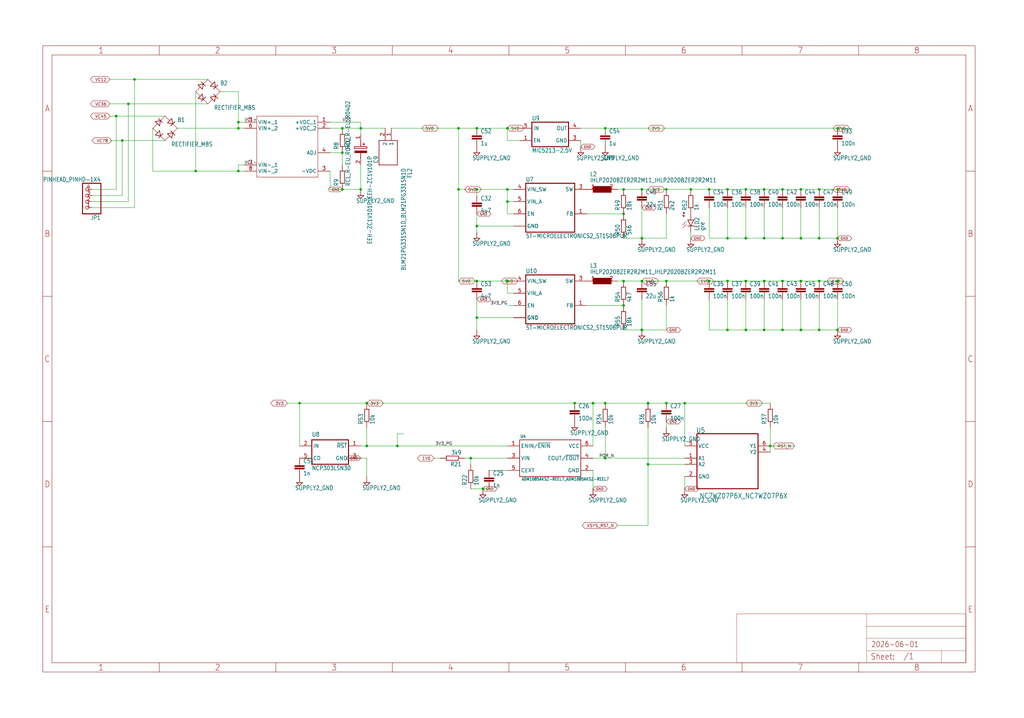
<source format=kicad_sch>
(kicad_sch (version 20250114) (generator "eeschema") (generator_version "9.0")
  (paper "User" 425.45 298.577)
  (junction (at 198.12 132.08))
  (junction (at 347.98 78.74))
  (junction (at 142.24 78.74))
  (junction (at 99.06 71.12))
  (junction (at 309.88 116.84))
  (junction (at 99.06 53.34))
  (junction (at 332.74 78.74))
  (junction (at 325.12 116.84))
  (junction (at 266.7 99.06))
  (junction (at 294.64 78.74))
  (junction (at 340.36 116.84))
  (junction (at 210.82 53.34))
  (junction (at 99.06 50.8))
  (junction (at 332.74 99.06))
  (junction (at 251.46 53.34))
  (junction (at 302.26 116.84))
  (junction (at 246.38 167.64))
  (junction (at 284.48 167.64))
  (junction (at 269.24 193.04))
  (junction (at 309.88 78.74))
  (junction (at 294.64 116.84))
  (junction (at 198.12 78.74))
  (junction (at 320.04 185.42))
  (junction (at 347.98 99.06))
  (junction (at 302.26 99.06))
  (junction (at 210.82 116.84))
  (junction (at 340.36 99.06))
  (junction (at 251.46 190.5))
  (junction (at 149.86 53.34))
  (junction (at 53.34 43.18))
  (junction (at 152.4 167.64))
  (junction (at 81.28 71.12))
  (junction (at 347.98 53.34))
  (junction (at 259.08 78.74))
  (junction (at 347.98 137.16))
  (junction (at 276.86 116.84))
  (junction (at 332.74 116.84))
  (junction (at 152.4 185.42))
  (junction (at 340.36 137.16))
  (junction (at 190.5 53.34))
  (junction (at 48.26 48.26))
  (junction (at 266.7 116.84))
  (junction (at 142.24 63.5))
  (junction (at 276.86 167.64))
  (junction (at 325.12 137.16))
  (junction (at 50.8 58.42))
  (junction (at 302.26 137.16))
  (junction (at 325.12 78.74))
  (junction (at 55.88 33.02))
  (junction (at 332.74 137.16))
  (junction (at 309.88 99.06))
  (junction (at 198.12 93.98))
  (junction (at 325.12 99.06))
  (junction (at 309.88 137.16))
  (junction (at 259.08 127))
  (junction (at 276.86 78.74))
  (junction (at 317.5 99.06))
  (junction (at 347.98 116.84))
  (junction (at 165.1 185.42))
  (junction (at 251.46 167.64))
  (junction (at 269.24 167.64))
  (junction (at 198.12 116.84))
  (junction (at 238.76 167.64))
  (junction (at 210.82 78.74))
  (junction (at 142.24 53.34))
  (junction (at 259.08 116.84))
  (junction (at 266.7 78.74))
  (junction (at 124.46 167.64))
  (junction (at 149.86 78.74))
  (junction (at 302.26 78.74))
  (junction (at 317.5 78.74))
  (junction (at 190.5 78.74))
  (junction (at 317.5 137.16))
  (junction (at 200.66 203.2))
  (junction (at 340.36 78.74))
  (junction (at 198.12 53.34))
  (junction (at 317.5 116.84))
  (junction (at 195.58 190.5))
  (junction (at 287.02 78.74))
  (junction (at 210.82 83.82))
  (junction (at 266.7 137.16))
  (junction (at 259.08 88.9))
  (wire (pts (xy 142.24 68.58) (xy 142.24 63.5)) (stroke (width 0.1524)))
  (wire (pts (xy 149.86 50.8) (xy 149.86 53.34)) (stroke (width 0.1524)))
  (wire (pts (xy 317.5 78.74) (xy 325.12 78.74)) (stroke (width 0.1524)))
  (wire (pts (xy 347.98 99.06) (xy 347.98 86.36)) (stroke (width 0.1524)))
  (wire (pts (xy 190.5 78.74) (xy 198.12 78.74)) (stroke (width 0.1524)))
  (wire (pts (xy 50.8 81.28) (xy 38.1 81.28)) (stroke (width 0.1524)))
  (wire (pts (xy 266.7 99.06) (xy 276.86 99.06)) (stroke (width 0.1524)))
  (wire (pts (xy 317.5 116.84) (xy 325.12 116.84)) (stroke (width 0.1524)))
  (wire (pts (xy 276.86 116.84) (xy 294.64 116.84)) (stroke (width 0.1524)))
  (wire (pts (xy 340.36 78.74) (xy 347.98 78.74)) (stroke (width 0.1524)))
  (wire (pts (xy 309.88 137.16) (xy 317.5 137.16)) (stroke (width 0.1524)))
  (wire (pts (xy 190.5 53.34) (xy 190.5 78.74)) (stroke (width 0.1524)))
  (wire (pts (xy 302.26 116.84) (xy 309.88 116.84)) (stroke (width 0.1524)))
  (wire (pts (xy 91.44 38.1) (xy 99.06 38.1)) (stroke (width 0.1524)))
  (wire (pts (xy 45.72 58.42) (xy 50.8 58.42)) (stroke (width 0.1524)))
  (wire (pts (xy 195.58 190.5) (xy 193.04 190.5)) (stroke (width 0.1524)))
  (wire (pts (xy 340.36 99.06) (xy 340.36 86.36)) (stroke (width 0.1524)))
  (wire (pts (xy 266.7 116.84) (xy 259.08 116.84)) (stroke (width 0.1524)))
  (wire (pts (xy 251.46 53.34) (xy 241.3 53.34)) (stroke (width 0.1524)))
  (wire (pts (xy 320.04 185.42) (xy 330.2 185.42)) (stroke (width 0.1524)))
  (wire (pts (xy 317.5 99.06) (xy 317.5 86.36)) (stroke (width 0.1524)))
  (wire (pts (xy 210.82 88.9) (xy 210.82 83.82)) (stroke (width 0.1524)))
  (wire (pts (xy 149.86 185.42) (xy 152.4 185.42)) (stroke (width 0.1524)))
  (wire (pts (xy 243.84 88.9) (xy 259.08 88.9)) (stroke (width 0.1524)))
  (wire (pts (xy 142.24 53.34) (xy 137.16 53.34)) (stroke (width 0.1524)))
  (wire (pts (xy 266.7 86.36) (xy 266.7 99.06)) (stroke (width 0.1524)))
  (wire (pts (xy 210.82 53.34) (xy 198.12 53.34)) (stroke (width 0.1524)))
  (wire (pts (xy 210.82 195.58) (xy 203.2 195.58)) (stroke (width 0.1524)))
  (wire (pts (xy 200.66 203.2) (xy 203.2 203.2)) (stroke (width 0.1524)))
  (wire (pts (xy 137.16 71.12) (xy 137.16 78.74)) (stroke (width 0.1524)))
  (wire (pts (xy 276.86 175.26) (xy 276.86 177.8)) (stroke (width 0.1524)))
  (wire (pts (xy 198.12 78.74) (xy 198.12 81.28)) (stroke (width 0.1524)))
  (wire (pts (xy 55.88 86.36) (xy 55.88 33.02)) (stroke (width 0.1524)))
  (wire (pts (xy 50.8 58.42) (xy 68.58 58.42)) (stroke (width 0.1524)))
  (wire (pts (xy 287.02 99.06) (xy 287.02 96.52)) (stroke (width 0.1524)))
  (wire (pts (xy 99.06 38.1) (xy 99.06 50.8)) (stroke (width 0.1524)))
  (wire (pts (xy 347.98 137.16) (xy 347.98 124.46)) (stroke (width 0.1524)))
  (wire (pts (xy 73.66 53.34) (xy 99.06 53.34)) (stroke (width 0.1524)))
  (wire (pts (xy 149.86 55.88) (xy 149.86 53.34)) (stroke (width 0.1524)))
  (wire (pts (xy 149.86 190.5) (xy 152.4 190.5)) (stroke (width 0.1524)))
  (wire (pts (xy 241.3 60.96) (xy 241.3 58.42)) (stroke (width 0.1524)))
  (wire (pts (xy 210.82 121.92) (xy 210.82 116.84)) (stroke (width 0.1524)))
  (wire (pts (xy 99.06 71.12) (xy 81.28 71.12)) (stroke (width 0.1524)))
  (wire (pts (xy 210.82 83.82) (xy 210.82 78.74)) (stroke (width 0.1524)))
  (wire (pts (xy 320.04 167.64) (xy 284.48 167.64)) (stroke (width 0.1524)))
  (wire (pts (xy 259.08 78.74) (xy 256.54 78.74)) (stroke (width 0.1524)))
  (wire (pts (xy 325.12 78.74) (xy 332.74 78.74)) (stroke (width 0.1524)))
  (wire (pts (xy 309.88 116.84) (xy 317.5 116.84)) (stroke (width 0.1524)))
  (wire (pts (xy 55.88 86.36) (xy 38.1 86.36)) (stroke (width 0.1524)))
  (wire (pts (xy 320.04 177.8) (xy 320.04 185.42)) (stroke (width 0.1524)))
  (wire (pts (xy 302.26 99.06) (xy 302.26 86.36)) (stroke (width 0.1524)))
  (wire (pts (xy 294.64 137.16) (xy 302.26 137.16)) (stroke (width 0.1524)))
  (wire (pts (xy 142.24 78.74) (xy 149.86 78.74)) (stroke (width 0.1524)))
  (wire (pts (xy 332.74 99.06) (xy 340.36 99.06)) (stroke (width 0.1524)))
  (wire (pts (xy 251.46 177.8) (xy 251.46 190.5)) (stroke (width 0.1524)))
  (wire (pts (xy 317.5 137.16) (xy 325.12 137.16)) (stroke (width 0.1524)))
  (wire (pts (xy 276.86 167.64) (xy 269.24 167.64)) (stroke (width 0.1524)))
  (wire (pts (xy 269.24 218.44) (xy 256.54 218.44)) (stroke (width 0.1524)))
  (wire (pts (xy 53.34 43.18) (xy 86.36 43.18)) (stroke (width 0.1524)))
  (wire (pts (xy 246.38 203.2) (xy 246.38 195.58)) (stroke (width 0.1524)))
  (wire (pts (xy 294.64 116.84) (xy 302.26 116.84)) (stroke (width 0.1524)))
  (wire (pts (xy 162.56 53.34) (xy 190.5 53.34)) (stroke (width 0.1524)))
  (wire (pts (xy 99.06 53.34) (xy 101.6 53.34)) (stroke (width 0.1524)))
  (wire (pts (xy 347.98 116.84) (xy 350.52 116.84)) (stroke (width 0.1524)))
  (wire (pts (xy 137.16 78.74) (xy 142.24 78.74)) (stroke (width 0.1524)))
  (wire (pts (xy 332.74 124.46) (xy 332.74 137.16)) (stroke (width 0.1524)))
  (wire (pts (xy 215.9 53.34) (xy 210.82 53.34)) (stroke (width 0.1524)))
  (wire (pts (xy 251.46 190.5) (xy 246.38 190.5)) (stroke (width 0.1524)))
  (wire (pts (xy 256.54 116.84) (xy 259.08 116.84)) (stroke (width 0.1524)))
  (wire (pts (xy 269.24 167.64) (xy 251.46 167.64)) (stroke (width 0.1524)))
  (wire (pts (xy 347.98 53.34) (xy 353.06 53.34)) (stroke (width 0.1524)))
  (wire (pts (xy 332.74 137.16) (xy 340.36 137.16)) (stroke (width 0.1524)))
  (wire (pts (xy 165.1 185.42) (xy 210.82 185.42)) (stroke (width 0.1524)))
  (wire (pts (xy 165.1 180.34) (xy 167.64 180.34)) (stroke (width 0.1524)))
  (wire (pts (xy 259.08 99.06) (xy 266.7 99.06)) (stroke (width 0.1524)))
  (wire (pts (xy 309.88 99.06) (xy 317.5 99.06)) (stroke (width 0.1524)))
  (wire (pts (xy 276.86 78.74) (xy 287.02 78.74)) (stroke (width 0.1524)))
  (wire (pts (xy 269.24 218.44) (xy 269.24 193.04)) (stroke (width 0.1524)))
  (wire (pts (xy 99.06 50.8) (xy 99.06 53.34)) (stroke (width 0.1524)))
  (wire (pts (xy 124.46 167.64) (xy 124.46 185.42)) (stroke (width 0.1524)))
  (wire (pts (xy 287.02 78.74) (xy 294.64 78.74)) (stroke (width 0.1524)))
  (wire (pts (xy 165.1 185.42) (xy 165.1 180.34)) (stroke (width 0.1524)))
  (wire (pts (xy 332.74 99.06) (xy 332.74 86.36)) (stroke (width 0.1524)))
  (wire (pts (xy 210.82 116.84) (xy 198.12 116.84)) (stroke (width 0.1524)))
  (wire (pts (xy 294.64 78.74) (xy 302.26 78.74)) (stroke (width 0.1524)))
  (wire (pts (xy 309.88 78.74) (xy 317.5 78.74)) (stroke (width 0.1524)))
  (wire (pts (xy 309.88 124.46) (xy 309.88 137.16)) (stroke (width 0.1524)))
  (wire (pts (xy 210.82 78.74) (xy 198.12 78.74)) (stroke (width 0.1524)))
  (wire (pts (xy 198.12 88.9) (xy 198.12 93.98)) (stroke (width 0.1524)))
  (wire (pts (xy 340.36 124.46) (xy 340.36 137.16)) (stroke (width 0.1524)))
  (wire (pts (xy 325.12 124.46) (xy 325.12 137.16)) (stroke (width 0.1524)))
  (wire (pts (xy 182.88 190.5) (xy 180.34 190.5)) (stroke (width 0.1524)))
  (wire (pts (xy 259.08 127) (xy 243.84 127)) (stroke (width 0.1524)))
  (wire (pts (xy 276.86 137.16) (xy 276.86 127)) (stroke (width 0.1524)))
  (wire (pts (xy 302.26 137.16) (xy 309.88 137.16)) (stroke (width 0.1524)))
  (wire (pts (xy 160.02 53.34) (xy 149.86 53.34)) (stroke (width 0.1524)))
  (wire (pts (xy 213.36 121.92) (xy 210.82 121.92)) (stroke (width 0.1524)))
  (wire (pts (xy 347.98 78.74) (xy 353.06 78.74)) (stroke (width 0.1524)))
  (wire (pts (xy 213.36 83.82) (xy 210.82 83.82)) (stroke (width 0.1524)))
  (wire (pts (xy 269.24 193.04) (xy 269.24 177.8)) (stroke (width 0.1524)))
  (wire (pts (xy 317.5 124.46) (xy 317.5 137.16)) (stroke (width 0.1524)))
  (wire (pts (xy 284.48 167.64) (xy 276.86 167.64)) (stroke (width 0.1524)))
  (wire (pts (xy 294.64 124.46) (xy 294.64 137.16)) (stroke (width 0.1524)))
  (wire (pts (xy 325.12 99.06) (xy 325.12 86.36)) (stroke (width 0.1524)))
  (wire (pts (xy 332.74 78.74) (xy 340.36 78.74)) (stroke (width 0.1524)))
  (wire (pts (xy 45.72 33.02) (xy 55.88 33.02)) (stroke (width 0.1524)))
  (wire (pts (xy 99.06 68.58) (xy 99.06 71.12)) (stroke (width 0.1524)))
  (wire (pts (xy 198.12 93.98) (xy 198.12 96.52)) (stroke (width 0.1524)))
  (wire (pts (xy 269.24 193.04) (xy 284.48 193.04)) (stroke (width 0.1524)))
  (wire (pts (xy 152.4 177.8) (xy 152.4 185.42)) (stroke (width 0.1524)))
  (wire (pts (xy 48.26 78.74) (xy 38.1 78.74)) (stroke (width 0.1524)))
  (wire (pts (xy 149.86 53.34) (xy 142.24 53.34)) (stroke (width 0.1524)))
  (wire (pts (xy 152.4 190.5) (xy 152.4 198.12)) (stroke (width 0.1524)))
  (wire (pts (xy 81.28 71.12) (xy 63.5 71.12)) (stroke (width 0.1524)))
  (wire (pts (xy 213.36 127) (xy 210.82 127)) (stroke (width 0.1524)))
  (wire (pts (xy 45.72 43.18) (xy 53.34 43.18)) (stroke (width 0.1524)))
  (wire (pts (xy 251.46 53.34) (xy 347.98 53.34)) (stroke (width 0.1524)))
  (wire (pts (xy 294.64 99.06) (xy 302.26 99.06)) (stroke (width 0.1524)))
  (wire (pts (xy 99.06 71.12) (xy 101.6 71.12)) (stroke (width 0.1524)))
  (wire (pts (xy 276.86 137.16) (xy 266.7 137.16)) (stroke (width 0.1524)))
  (wire (pts (xy 320.04 185.42) (xy 320.04 187.96)) (stroke (width 0.1524)))
  (wire (pts (xy 86.36 33.02) (xy 55.88 33.02)) (stroke (width 0.1524)))
  (wire (pts (xy 210.82 116.84) (xy 213.36 116.84)) (stroke (width 0.1524)))
  (wire (pts (xy 137.16 50.8) (xy 149.86 50.8)) (stroke (width 0.1524)))
  (wire (pts (xy 276.86 88.9) (xy 276.86 99.06)) (stroke (width 0.1524)))
  (wire (pts (xy 210.82 58.42) (xy 210.82 53.34)) (stroke (width 0.1524)))
  (wire (pts (xy 325.12 116.84) (xy 332.74 116.84)) (stroke (width 0.1524)))
  (wire (pts (xy 332.74 116.84) (xy 340.36 116.84)) (stroke (width 0.1524)))
  (wire (pts (xy 276.86 116.84) (xy 266.7 116.84)) (stroke (width 0.1524)))
  (wire (pts (xy 340.36 137.16) (xy 347.98 137.16)) (stroke (width 0.1524)))
  (wire (pts (xy 215.9 58.42) (xy 210.82 58.42)) (stroke (width 0.1524)))
  (wire (pts (xy 195.58 190.5) (xy 195.58 193.04)) (stroke (width 0.1524)))
  (wire (pts (xy 101.6 50.8) (xy 99.06 50.8)) (stroke (width 0.1524)))
  (wire (pts (xy 200.66 203.2) (xy 195.58 203.2)) (stroke (width 0.1524)))
  (wire (pts (xy 238.76 167.64) (xy 246.38 167.64)) (stroke (width 0.1524)))
  (wire (pts (xy 50.8 58.42) (xy 50.8 81.28)) (stroke (width 0.1524)))
  (wire (pts (xy 213.36 132.08) (xy 198.12 132.08)) (stroke (width 0.1524)))
  (wire (pts (xy 48.26 48.26) (xy 68.58 48.26)) (stroke (width 0.1524)))
  (wire (pts (xy 101.6 68.58) (xy 99.06 68.58)) (stroke (width 0.1524)))
  (wire (pts (xy 198.12 132.08) (xy 198.12 137.16)) (stroke (width 0.1524)))
  (wire (pts (xy 152.4 167.64) (xy 124.46 167.64)) (stroke (width 0.1524)))
  (wire (pts (xy 246.38 167.64) (xy 251.46 167.64)) (stroke (width 0.1524)))
  (wire (pts (xy 53.34 83.82) (xy 53.34 43.18)) (stroke (width 0.1524)))
  (wire (pts (xy 325.12 137.16) (xy 332.74 137.16)) (stroke (width 0.1524)))
  (wire (pts (xy 142.24 63.5) (xy 137.16 63.5)) (stroke (width 0.1524)))
  (wire (pts (xy 302.26 78.74) (xy 309.88 78.74)) (stroke (width 0.1524)))
  (wire (pts (xy 45.72 48.26) (xy 48.26 48.26)) (stroke (width 0.1524)))
  (wire (pts (xy 152.4 185.42) (xy 165.1 185.42)) (stroke (width 0.1524)))
  (wire (pts (xy 213.36 88.9) (xy 210.82 88.9)) (stroke (width 0.1524)))
  (wire (pts (xy 317.5 99.06) (xy 325.12 99.06)) (stroke (width 0.1524)))
  (wire (pts (xy 198.12 53.34) (xy 190.5 53.34)) (stroke (width 0.1524)))
  (wire (pts (xy 340.36 99.06) (xy 347.98 99.06)) (stroke (width 0.1524)))
  (wire (pts (xy 210.82 190.5) (xy 195.58 190.5)) (stroke (width 0.1524)))
  (wire (pts (xy 284.48 203.2) (xy 284.48 198.12)) (stroke (width 0.1524)))
  (wire (pts (xy 246.38 167.64) (xy 246.38 185.42)) (stroke (width 0.1524)))
  (wire (pts (xy 81.28 38.1) (xy 81.28 71.12)) (stroke (width 0.1524)))
  (wire (pts (xy 309.88 99.06) (xy 309.88 86.36)) (stroke (width 0.1524)))
  (wire (pts (xy 325.12 99.06) (xy 332.74 99.06)) (stroke (width 0.1524)))
  (wire (pts (xy 48.26 78.74) (xy 48.26 48.26)) (stroke (width 0.1524)))
  (wire (pts (xy 284.48 167.64) (xy 284.48 185.42)) (stroke (width 0.1524)))
  (wire (pts (xy 238.76 167.64) (xy 152.4 167.64)) (stroke (width 0.1524)))
  (wire (pts (xy 190.5 116.84) (xy 190.5 78.74)) (stroke (width 0.1524)))
  (wire (pts (xy 302.26 99.06) (xy 309.88 99.06)) (stroke (width 0.1524)))
  (wire (pts (xy 53.34 83.82) (xy 38.1 83.82)) (stroke (width 0.1524)))
  (wire (pts (xy 63.5 53.34) (xy 63.5 71.12)) (stroke (width 0.1524)))
  (wire (pts (xy 198.12 124.46) (xy 198.12 132.08)) (stroke (width 0.1524)))
  (wire (pts (xy 284.48 190.5) (xy 251.46 190.5)) (stroke (width 0.1524)))
  (wire (pts (xy 124.46 167.64) (xy 119.38 167.64)) (stroke (width 0.1524)))
  (wire (pts (xy 213.36 93.98) (xy 198.12 93.98)) (stroke (width 0.1524)))
  (wire (pts (xy 340.36 116.84) (xy 347.98 116.84)) (stroke (width 0.1524)))
  (wire (pts (xy 266.7 78.74) (xy 276.86 78.74)) (stroke (width 0.1524)))
  (wire (pts (xy 266.7 124.46) (xy 266.7 137.16)) (stroke (width 0.1524)))
  (wire (pts (xy 149.86 68.58) (xy 149.86 78.74)) (stroke (width 0.1524)))
  (wire (pts (xy 294.64 99.06) (xy 294.64 86.36)) (stroke (width 0.1524)))
  (wire (pts (xy 210.82 78.74) (xy 213.36 78.74)) (stroke (width 0.1524)))
  (wire (pts (xy 198.12 116.84) (xy 190.5 116.84)) (stroke (width 0.1524)))
  (wire (pts (xy 302.26 124.46) (xy 302.26 137.16)) (stroke (width 0.1524)))
  (wire (pts (xy 259.08 78.74) (xy 266.7 78.74)) (stroke (width 0.1524)))
  (wire (pts (xy 259.08 137.16) (xy 266.7 137.16)) (stroke (width 0.1524)))
  (label "VC1-" (at 101.6 68.58 0) (effects (font (size 1.2446 1.2446))))
  (label "VC1+" (at 101.6 50.8 0) (effects (font (size 1.2446 1.2446))))
  (label "3V3_PG" (at 187.96 185.42 180) (effects (font (size 1.2446 1.2446))))
  (label "VDC" (at 142.24 50.8 0) (effects (font (size 1.2446 1.2446))))
  (label "3V3_PG" (at 210.82 127 180) (effects (font (size 1.2446 1.2446))))
  (label "POR_N" (at 248.92 190.5 0) (effects (font (size 1.2446 1.2446))))
  (global_label "VC36" (shape bidirectional) (at 45.72 43.18 180) (effects (font (size 1.2446 1.2446))) (property "Intersheetrefs" "${INTERSHEET_REFS}" (effects (hide yes))))
  (global_label "GND" (shape bidirectional) (at 198.12 124.46 0) (effects (font (size 1.016 1.016))) (property "Intersheetrefs" "${INTERSHEET_REFS}" (effects (hide yes))))
  (global_label "1V0" (shape bidirectional) (at 266.7 116.84 0) (effects (font (size 1.2446 1.2446))) (property "Intersheetrefs" "${INTERSHEET_REFS}" (effects (hide yes))))
  (global_label "5V0" (shape bidirectional) (at 193.04 78.74 0) (effects (font (size 1.2446 1.2446))) (property "Intersheetrefs" "${INTERSHEET_REFS}" (effects (hide yes))))
  (global_label "GND" (shape bidirectional) (at 198.12 88.9 0) (effects (font (size 1.016 1.016))) (property "Intersheetrefs" "${INTERSHEET_REFS}" (effects (hide yes))))
  (global_label "GND" (shape bidirectional) (at 347.98 137.16 0) (effects (font (size 1.016 1.016))) (property "Intersheetrefs" "${INTERSHEET_REFS}" (effects (hide yes))))
  (global_label "VC45" (shape bidirectional) (at 45.72 48.26 180) (effects (font (size 1.2446 1.2446))) (property "Intersheetrefs" "${INTERSHEET_REFS}" (effects (hide yes))))
  (global_label "GND" (shape bidirectional) (at 287.02 99.06 0) (effects (font (size 1.016 1.016))) (property "Intersheetrefs" "${INTERSHEET_REFS}" (effects (hide yes))))
  (global_label "GND" (shape bidirectional) (at 276.86 175.26 0) (effects (font (size 1.016 1.016))) (property "Intersheetrefs" "${INTERSHEET_REFS}" (effects (hide yes))))
  (global_label "5V0" (shape bidirectional) (at 190.5 116.84 0) (effects (font (size 1.2446 1.2446))) (property "Intersheetrefs" "${INTERSHEET_REFS}" (effects (hide yes))))
  (global_label "3V3" (shape bidirectional) (at 309.88 167.64 0) (effects (font (size 1.2446 1.2446))) (property "Intersheetrefs" "${INTERSHEET_REFS}" (effects (hide yes))))
  (global_label "3V3" (shape bidirectional) (at 269.24 78.74 0) (effects (font (size 1.2446 1.2446))) (property "Intersheetrefs" "${INTERSHEET_REFS}" (effects (hide yes))))
  (global_label "GND" (shape bidirectional) (at 284.48 203.2 0) (effects (font (size 1.016 1.016))) (property "Intersheetrefs" "${INTERSHEET_REFS}" (effects (hide yes))))
  (global_label "GND" (shape bidirectional) (at 266.7 86.36 0) (effects (font (size 1.016 1.016))) (property "Intersheetrefs" "${INTERSHEET_REFS}" (effects (hide yes))))
  (global_label "1V0" (shape bidirectional) (at 350.52 116.84 180) (effects (font (size 1.2446 1.2446))) (property "Intersheetrefs" "${INTERSHEET_REFS}" (effects (hide yes))))
  (global_label "VC12" (shape bidirectional) (at 45.72 33.02 180) (effects (font (size 1.2446 1.2446))) (property "Intersheetrefs" "${INTERSHEET_REFS}" (effects (hide yes))))
  (global_label "1V0" (shape bidirectional) (at 289.56 116.84 0) (effects (font (size 1.2446 1.2446))) (property "Intersheetrefs" "${INTERSHEET_REFS}" (effects (hide yes))))
  (global_label "5V0" (shape bidirectional) (at 210.82 53.34 0) (effects (font (size 1.2446 1.2446))) (property "Intersheetrefs" "${INTERSHEET_REFS}" (effects (hide yes))))
  (global_label "3V3" (shape bidirectional) (at 353.06 78.74 180) (effects (font (size 1.2446 1.2446))) (property "Intersheetrefs" "${INTERSHEET_REFS}" (effects (hide yes))))
  (global_label "2V5" (shape bidirectional) (at 269.24 53.34 0) (effects (font (size 1.2446 1.2446))) (property "Intersheetrefs" "${INTERSHEET_REFS}" (effects (hide yes))))
  (global_label "1V0" (shape bidirectional) (at 180.34 190.5 180) (effects (font (size 1.2446 1.2446))) (property "Intersheetrefs" "${INTERSHEET_REFS}" (effects (hide yes))))
  (global_label "5V0" (shape bidirectional) (at 208.28 116.84 0) (effects (font (size 1.2446 1.2446))) (property "Intersheetrefs" "${INTERSHEET_REFS}" (effects (hide yes))))
  (global_label "GND" (shape bidirectional) (at 142.24 78.74 180) (effects (font (size 1.016 1.016))) (property "Intersheetrefs" "${INTERSHEET_REFS}" (effects (hide yes))))
  (global_label "XSYS_RST_N" (shape bidirectional) (at 256.54 218.44 180) (effects (font (size 1.2446 1.2446))) (property "Intersheetrefs" "${INTERSHEET_REFS}" (effects (hide yes))))
  (global_label "GND" (shape bidirectional) (at 200.66 203.2 0) (effects (font (size 1.016 1.016))) (property "Intersheetrefs" "${INTERSHEET_REFS}" (effects (hide yes))))
  (global_label "GND" (shape bidirectional) (at 246.38 203.2 0) (effects (font (size 1.016 1.016))) (property "Intersheetrefs" "${INTERSHEET_REFS}" (effects (hide yes))))
  (global_label "VC78" (shape bidirectional) (at 46.355 58.42 180) (effects (font (size 1.2446 1.2446))) (property "Intersheetrefs" "${INTERSHEET_REFS}" (effects (hide yes))))
  (global_label "2V5" (shape bidirectional) (at 353.06 53.34 180) (effects (font (size 1.2446 1.2446))) (property "Intersheetrefs" "${INTERSHEET_REFS}" (effects (hide yes))))
  (global_label "RST_N" (shape bidirectional) (at 330.2 185.42 180) (effects (font (size 1.2446 1.2446))) (property "Intersheetrefs" "${INTERSHEET_REFS}" (effects (hide yes))))
  (global_label "GND" (shape bidirectional) (at 276.86 137.16 0) (effects (font (size 1.016 1.016))) (property "Intersheetrefs" "${INTERSHEET_REFS}" (effects (hide yes))))
  (global_label "GND" (shape bidirectional) (at 241.3 60.96 0) (effects (font (size 1.016 1.016))) (property "Intersheetrefs" "${INTERSHEET_REFS}" (effects (hide yes))))
  (global_label "GND" (shape bidirectional) (at 347.98 99.06 0) (effects (font (size 1.016 1.016))) (property "Intersheetrefs" "${INTERSHEET_REFS}" (effects (hide yes))))
  (global_label "3V3" (shape bidirectional) (at 119.38 167.64 180) (effects (font (size 1.2446 1.2446))) (property "Intersheetrefs" "${INTERSHEET_REFS}" (effects (hide yes))))
  (global_label "3V3" (shape bidirectional) (at 152.4 167.64 0) (effects (font (size 1.2446 1.2446))) (property "Intersheetrefs" "${INTERSHEET_REFS}" (effects (hide yes))))
  (global_label "GND" (shape bidirectional) (at 149.86 190.5 180) (effects (font (size 1.016 1.016))) (property "Intersheetrefs" "${INTERSHEET_REFS}" (effects (hide yes))))
  (global_label "5V0" (shape bidirectional) (at 175.26 53.34 0) (effects (font (size 1.2446 1.2446))) (property "Intersheetrefs" "${INTERSHEET_REFS}" (effects (hide yes))))
  (symbol (lib_id "xmos_avb_brd_V4-eagle-import:xmos_avb_brd_V4_RCL_R-EU_R0402") (at 142.24 73.66 90) (unit 1)
    (property "Reference" "R9" (at 140.7414 77.47 0) (effects (font (size 1.778 1.5113)) (justify left bottom)))
    (property "Value" "RCL_R-EU_R0402" (at 145.542 77.47 0) (effects (font (size 1.778 1.5113)) (justify left bottom)))
    (property "Footprint" "xmos_avb_brd_V4:RCL_R0402" (effects (hide yes)))
    (property "DNP" "DNP" (effects (hide yes)))
  )
  (symbol (lib_id "xmos_avb_brd_V4-eagle-import:xmos_avb_brd_V4_RCL_C-EUC0402") (at 340.36 119.38 0) (unit 1)
    (property "Reference" "C48" (at 341.884 118.999 0) (effects (font (size 1.778 1.5113)) (justify left bottom)))
    (property "Value" "100n" (at 341.884 124.079 0) (effects (font (size 1.778 1.5113)) (justify left bottom)))
    (property "Footprint" "xmos_avb_brd_V4:RCL_C0402" (effects (hide yes)))
  )
  (symbol (lib_id "xmos_avb_brd_V4-eagle-import:xmos_avb_brd_V4_RCL_R-EU_R0402") (at 320.04 172.72 90) (unit 1)
    (property "Reference" "R37" (at 318.5414 176.53 0) (effects (font (size 1.778 1.5113)) (justify left bottom)))
    (property "Value" "10k" (at 323.342 176.53 0) (effects (font (size 1.778 1.5113)) (justify left bottom)))
    (property "Footprint" "xmos_avb_brd_V4:RCL_R0402" (effects (hide yes)))
  )
  (symbol (lib_id "xmos_avb_brd_V4-eagle-import:xmos_avb_brd_V4_RCL_C-EUC0402") (at 332.74 81.28 0) (unit 1)
    (property "Reference" "C44" (at 334.264 80.899 0) (effects (font (size 1.778 1.5113)) (justify left bottom)))
    (property "Value" "100n" (at 334.264 85.979 0) (effects (font (size 1.778 1.5113)) (justify left bottom)))
    (property "Footprint" "xmos_avb_brd_V4:RCL_C0402" (effects (hide yes)))
  )
  (symbol (lib_id "xmos_avb_brd_V4-eagle-import:xmos_avb_brd_V4_RCL_C-EUC0402") (at 347.98 81.28 0) (unit 1)
    (property "Reference" "C49" (at 349.504 80.899 0) (effects (font (size 1.778 1.5113)) (justify left bottom)))
    (property "Value" "100n" (at 349.504 85.979 0) (effects (font (size 1.778 1.5113)) (justify left bottom)))
    (property "Footprint" "xmos_avb_brd_V4:RCL_C0402" (effects (hide yes)))
  )
  (symbol (lib_id "xmos_avb_brd_V4-eagle-import:xmos_avb_brd_V4_RCL_R-EU_R0402") (at 259.08 93.98 90) (unit 1)
    (property "Reference" "R50" (at 257.5814 97.79 0) (effects (font (size 1.778 1.5113)) (justify left bottom)))
    (property "Value" "5k6" (at 262.382 97.79 0) (effects (font (size 1.778 1.5113)) (justify left bottom)))
    (property "Footprint" "xmos_avb_brd_V4:RCL_R0402" (effects (hide yes)))
  )
  (symbol (lib_id "xmos_avb_brd_V4-eagle-import:xmos_avb_brd_V4_RCL_C-EUC0402") (at 294.64 81.28 0) (unit 1)
    (property "Reference" "C34" (at 296.164 80.899 0) (effects (font (size 1.778 1.5113)) (justify left bottom)))
    (property "Value" "100n" (at 296.164 85.979 0) (effects (font (size 1.778 1.5113)) (justify left bottom)))
    (property "Footprint" "xmos_avb_brd_V4:RCL_C0402" (effects (hide yes)))
  )
  (symbol (lib_id "xmos_avb_brd_V4-eagle-import:xmos_avb_brd_V4_SUPPLY2_GND") (at 238.76 177.8 0) (unit 1)
    (property "Reference" "#SUPPLY29" (effects (hide yes)))
    (property "Value" "SUPPLY2_GND" (at 236.855 180.975 0) (effects (font (size 1.778 1.5113)) (justify left bottom)))
  )
  (symbol (lib_id "xmos_avb_brd_V4-eagle-import:xmos_avb_brd_V4_RCL_R-EU_R0402") (at 195.58 198.12 90) (unit 1)
    (property "Reference" "R22" (at 194.0814 201.93 0) (effects (font (size 1.778 1.5113)) (justify left bottom)))
    (property "Value" "10k" (at 198.882 201.93 0) (effects (font (size 1.778 1.5113)) (justify left bottom)))
    (property "Footprint" "xmos_avb_brd_V4:RCL_R0402" (effects (hide yes)))
  )
  (symbol (lib_id "xmos_avb_brd_V4-eagle-import:xmos_avb_brd_V4_RCL_C-EUC0402") (at 325.12 119.38 0) (unit 1)
    (property "Reference" "C43" (at 326.644 118.999 0) (effects (font (size 1.778 1.5113)) (justify left bottom)))
    (property "Value" "100n" (at 326.644 124.079 0) (effects (font (size 1.778 1.5113)) (justify left bottom)))
    (property "Footprint" "xmos_avb_brd_V4:RCL_C0402" (effects (hide yes)))
  )
  (symbol (lib_id "xmos_avb_brd_V4-eagle-import:xmos_avb_brd_V4_RCL_R-EU_R0402") (at 259.08 83.82 90) (unit 1)
    (property "Reference" "R49" (at 257.5814 87.63 0) (effects (font (size 1.778 1.5113)) (justify left bottom)))
    (property "Value" "18k" (at 262.382 87.63 0) (effects (font (size 1.778 1.5113)) (justify left bottom)))
    (property "Footprint" "xmos_avb_brd_V4:RCL_R0402" (effects (hide yes)))
  )
  (symbol (lib_id "xmos_avb_brd_V4-eagle-import:xmos_avb_brd_V4_RCL_C-EUC0402") (at 317.5 119.38 0) (unit 1)
    (property "Reference" "C41" (at 319.024 118.999 0) (effects (font (size 1.778 1.5113)) (justify left bottom)))
    (property "Value" "100n" (at 319.024 124.079 0) (effects (font (size 1.778 1.5113)) (justify left bottom)))
    (property "Footprint" "xmos_avb_brd_V4:RCL_C0402" (effects (hide yes)))
  )
  (symbol (lib_id "xmos_avb_brd_V4-eagle-import:xmos_avb_brd_V4_RCL_R-EU_R0402") (at 269.24 172.72 90) (unit 1)
    (property "Reference" "R36" (at 267.7414 176.53 0) (effects (font (size 1.778 1.5113)) (justify left bottom)))
    (property "Value" "10k" (at 272.542 176.53 0) (effects (font (size 1.778 1.5113)) (justify left bottom)))
    (property "Footprint" "xmos_avb_brd_V4:RCL_R0402" (effects (hide yes)))
  )
  (symbol (lib_id "xmos_avb_brd_V4-eagle-import:xmos_avb_brd_V4_SUPPLY2_GND") (at 347.98 63.5 0) (unit 1)
    (property "Reference" "#SUPPLY47" (effects (hide yes)))
    (property "Value" "SUPPLY2_GND" (at 346.075 66.675 0) (effects (font (size 1.778 1.5113)) (justify left bottom)))
  )
  (symbol (lib_id "xmos_avb_brd_V4-eagle-import:xmos_avb_brd_V4_SUPPLY2_GND") (at 198.12 99.06 0) (unit 1)
    (property "Reference" "#SUPPLY45" (effects (hide yes)))
    (property "Value" "SUPPLY2_GND" (at 196.215 102.235 0) (effects (font (size 1.778 1.5113)) (justify left bottom)))
  )
  (symbol (lib_id "xmos_avb_brd_V4-eagle-import:xmos_avb_brd_V4_RCL_C-EUC0402") (at 294.64 119.38 0) (unit 1)
    (property "Reference" "C35" (at 296.164 118.999 0) (effects (font (size 1.778 1.5113)) (justify left bottom)))
    (property "Value" "100n" (at 296.164 124.079 0) (effects (font (size 1.778 1.5113)) (justify left bottom)))
    (property "Footprint" "xmos_avb_brd_V4:RCL_C0402" (effects (hide yes)))
  )
  (symbol (lib_id "xmos_avb_brd_V4-eagle-import:xmos_avb_brd_V4_SUPPLY2_GND") (at 198.12 63.5 0) (unit 1)
    (property "Reference" "#SUPPLY69" (effects (hide yes)))
    (property "Value" "SUPPLY2_GND" (at 196.215 66.675 0) (effects (font (size 1.778 1.5113)) (justify left bottom)))
  )
  (symbol (lib_id "xmos_avb_brd_V4-eagle-import:xmos_avb_brd_V4_RCL_R-EU_R0402") (at 259.08 121.92 90) (unit 1)
    (property "Reference" "R54" (at 257.5814 125.73 0) (effects (font (size 1.778 1.5113)) (justify left bottom)))
    (property "Value" "4k7" (at 262.382 125.73 0) (effects (font (size 1.778 1.5113)) (justify left bottom)))
    (property "Footprint" "xmos_avb_brd_V4:RCL_R0402" (effects (hide yes)))
  )
  (symbol (lib_id "xmos_avb_brd_V4-eagle-import:xmos_avb_brd_V4_RCL_C-EUC0402") (at 309.88 119.38 0) (unit 1)
    (property "Reference" "C39" (at 311.404 118.999 0) (effects (font (size 1.778 1.5113)) (justify left bottom)))
    (property "Value" "100n" (at 311.404 124.079 0) (effects (font (size 1.778 1.5113)) (justify left bottom)))
    (property "Footprint" "xmos_avb_brd_V4:RCL_C0402" (effects (hide yes)))
  )
  (symbol (lib_id "xmos_avb_brd_V4-eagle-import:xmos_avb_brd_V4_NC7WZ07P6X_NC7WZ07P6X") (at 302.26 187.96 0) (unit 1)
    (property "Reference" "U5" (at 289.1989 180.0756 0) (effects (font (size 2.0848 1.772)) (justify left bottom)))
    (property "Value" "NC7WZ07P6X_NC7WZ07P6X" (at 290.5719 207.3087 0) (effects (font (size 2.0848 1.772)) (justify left bottom)))
    (property "Footprint" "xmos_avb_brd_V4:NC7WZ07P6X_SOT65P210X110-6N" (effects (hide yes)))
  )
  (symbol (lib_id "xmos_avb_brd_V4-eagle-import:xmos_avb_brd_V4_SUPPLY2_GND") (at 266.7 139.7 0) (unit 1)
    (property "Reference" "#SUPPLY76" (effects (hide yes)))
    (property "Value" "SUPPLY2_GND" (at 264.795 142.875 0) (effects (font (size 1.778 1.5113)) (justify left bottom)))
  )
  (symbol (lib_id "xmos_avb_brd_V4-eagle-import:xmos_avb_brd_V4_EEH-ZC1V101P_EEH-ZC1V101P") (at 149.86 55.88 270) (unit 1)
    (property "Reference" "C9" (at 156.21 64.77 0) (effects (font (size 1.778 1.5113)) (justify left)))
    (property "Value" "EEH-ZC1V101P_EEH-ZC1V101P" (at 153.67 64.77 0) (effects (font (size 1.778 1.5113)) (justify left)))
    (property "Footprint" "xmos_avb_brd_V4:EEH-ZC1V101P_CAPAE830X1050N" (effects (hide yes)))
  )
  (symbol (lib_id "xmos_avb_brd_V4-eagle-import:xmos_avb_brd_V4_RCL_C-EUC0402") (at 347.98 55.88 0) (unit 1)
    (property "Reference" "C33" (at 349.504 55.499 0) (effects (font (size 1.778 1.5113)) (justify left bottom)))
    (property "Value" "100n" (at 349.504 60.579 0) (effects (font (size 1.778 1.5113)) (justify left bottom)))
    (property "Footprint" "xmos_avb_brd_V4:RCL_C0402" (effects (hide yes)))
  )
  (symbol (lib_id "xmos_avb_brd_V4-eagle-import:xmos_avb_brd_V4_AG9900_AG9905LP") (at 119.38 60.96 0) (unit 1)
    (property "Reference" "U1" (effects (hide yes)))
    (property "Value" "AG9900_AG9905LP" (effects (hide yes)))
    (property "Footprint" "xmos_avb_brd_V4:AG9900_AG9900LP" (effects (hide yes)))
    (property "DNP" "DNP" (effects (hide yes)))
  )
  (symbol (lib_id "xmos_avb_brd_V4-eagle-import:xmos_avb_brd_V4_RCL_C-EUC1206") (at 198.12 55.88 0) (unit 1)
    (property "Reference" "C52" (at 199.644 55.499 0) (effects (font (size 1.778 1.5113)) (justify left bottom)))
    (property "Value" "1u" (at 199.644 60.579 0) (effects (font (size 1.778 1.5113)) (justify left bottom)))
    (property "Footprint" "xmos_avb_brd_V4:RCL_C1206" (effects (hide yes)))
  )
  (symbol (lib_id "xmos_avb_brd_V4-eagle-import:xmos_avb_brd_V4_RCL_C-EUC0402") (at 276.86 170.18 0) (unit 1)
    (property "Reference" "C27" (at 278.384 169.799 0) (effects (font (size 1.778 1.5113)) (justify left bottom)))
    (property "Value" "100n" (at 278.384 174.879 0) (effects (font (size 1.778 1.5113)) (justify left bottom)))
    (property "Footprint" "xmos_avb_brd_V4:RCL_C0402" (effects (hide yes)))
  )
  (symbol (lib_id "xmos_avb_brd_V4-eagle-import:xmos_avb_brd_V4_RCL_C-EUC1206") (at 198.12 119.38 0) (unit 1)
    (property "Reference" "C53" (at 199.644 118.999 0) (effects (font (size 1.778 1.5113)) (justify left bottom)))
    (property "Value" "4u7" (at 199.644 124.079 0) (effects (font (size 1.778 1.5113)) (justify left bottom)))
    (property "Footprint" "xmos_avb_brd_V4:RCL_C1206" (effects (hide yes)))
  )
  (symbol (lib_id "xmos_avb_brd_V4-eagle-import:xmos_avb_brd_V4_LED_LEDCHIP-LED0603") (at 287.02 91.44 0) (unit 1)
    (property "Reference" "LED2" (at 290.576 96.012 90) (effects (font (size 1.778 1.5113)) (justify left bottom)))
    (property "Value" "gre" (at 292.735 96.012 90) (effects (font (size 1.778 1.5113)) (justify left bottom)))
    (property "Footprint" "xmos_avb_brd_V4:LED_CHIP-LED0603" (effects (hide yes)))
  )
  (symbol (lib_id "xmos_avb_brd_V4-eagle-import:xmos_avb_brd_V4_IHLP2020BZER2R2M11_IHLP2020BZER2R2M11") (at 243.84 116.84 0) (unit 1)
    (property "Reference" "L3" (at 245.11 110.49 0) (effects (font (size 1.778 1.5113)) (justify left)))
    (property "Value" "IHLP2020BZER2R2M11_IHLP2020BZER2R2M11" (at 245.11 113.03 0) (effects (font (size 1.778 1.5113)) (justify left)))
    (property "Footprint" "xmos_avb_brd_V4:IHLP2020BZER2R2M11_INDPM5552X200N" (effects (hide yes)))
  )
  (symbol (lib_id "xmos_avb_brd_V4-eagle-import:xmos_avb_brd_V4_RCL_R-EU_R0402") (at 142.24 58.42 90) (unit 1)
    (property "Reference" "R8" (at 140.7414 62.23 0) (effects (font (size 1.778 1.5113)) (justify left bottom)))
    (property "Value" "RCL_R-EU_R0402" (at 145.542 62.23 0) (effects (font (size 1.778 1.5113)) (justify left bottom)))
    (property "Footprint" "xmos_avb_brd_V4:RCL_R0402" (effects (hide yes)))
    (property "DNP" "DNP" (effects (hide yes)))
  )
  (symbol (lib_id "xmos_avb_brd_V4-eagle-import:xmos_avb_brd_V4_RCL_R-EU_R0402") (at 187.96 190.5 180) (unit 1)
    (property "Reference" "R21" (at 191.77 191.9986 0) (effects (font (size 1.778 1.5113)) (justify left bottom)))
    (property "Value" "3k9" (at 191.77 187.198 0) (effects (font (size 1.778 1.5113)) (justify left bottom)))
    (property "Footprint" "xmos_avb_brd_V4:RCL_R0402" (effects (hide yes)))
  )
  (symbol (lib_id "xmos_avb_brd_V4-eagle-import:xmos_avb_brd_V4_ST-MICROELECTRONICS2_ST1S06PUR") (at 228.6 124.46 0) (unit 1)
    (property "Reference" "U10" (at 218.44 113.665 0) (effects (font (size 1.778 1.5113)) (justify left bottom)))
    (property "Value" "ST-MICROELECTRONICS2_ST1S06PUR" (at 218.44 137.16 0) (effects (font (size 1.778 1.5113)) (justify left bottom)))
    (property "Footprint" "xmos_avb_brd_V4:ST-MICROELECTRONICS2_DFN6" (effects (hide yes)))
  )
  (symbol (lib_id "xmos_avb_brd_V4-eagle-import:xmos_avb_brd_V4_RECTIFIER_MBS") (at 68.58 53.34 0) (unit 1)
    (property "Reference" "B1" (at 73.66 50.8 0) (effects (font (size 1.778 1.5113)) (justify left bottom)))
    (property "Value" "RECTIFIER_MBS" (at 71.12 60.96 0) (effects (font (size 1.778 1.5113)) (justify left bottom)))
    (property "Footprint" "xmos_avb_brd_V4:RECTIFIER_SOIC-4" (effects (hide yes)))
  )
  (symbol (lib_id "xmos_avb_brd_V4-eagle-import:xmos_avb_brd_V4_RCL_C-EUC0402") (at 340.36 81.28 0) (unit 1)
    (property "Reference" "C47" (at 341.884 80.899 0) (effects (font (size 1.778 1.5113)) (justify left bottom)))
    (property "Value" "100n" (at 341.884 85.979 0) (effects (font (size 1.778 1.5113)) (justify left bottom)))
    (property "Footprint" "xmos_avb_brd_V4:RCL_C0402" (effects (hide yes)))
  )
  (symbol (lib_id "xmos_avb_brd_V4-eagle-import:xmos_avb_brd_V4_SUPPLY2_GND") (at 287.02 101.6 0) (unit 1)
    (property "Reference" "#SUPPLY67" (effects (hide yes)))
    (property "Value" "SUPPLY2_GND" (at 285.115 104.775 0) (effects (font (size 1.778 1.5113)) (justify left bottom)))
  )
  (symbol (lib_id "xmos_avb_brd_V4-eagle-import:xmos_avb_brd_V4_SUPPLY2_GND") (at 246.38 205.74 0) (unit 1)
    (property "Reference" "#SUPPLY30" (effects (hide yes)))
    (property "Value" "SUPPLY2_GND" (at 244.475 208.915 0) (effects (font (size 1.778 1.5113)) (justify left bottom)))
  )
  (symbol (lib_id "xmos_avb_brd_V4-eagle-import:xmos_avb_brd_V4_BLM21PG331SN1D_BLM21PG331SN1D") (at 162.56 53.34 270) (unit 1)
    (property "Reference" "FL2" (at 170.18 69.85 0) (effects (font (size 1.778 1.5113)) (justify left)))
    (property "Value" "BLM21PG331SN1D_BLM21PG331SN1D" (at 167.64 69.85 0) (effects (font (size 1.778 1.5113)) (justify left)))
    (property "Footprint" "xmos_avb_brd_V4:BLM21PG331SN1D_BEADC2012X105N" (effects (hide yes)))
  )
  (symbol (lib_id "xmos_avb_brd_V4-eagle-import:xmos_avb_brd_V4_MICREL2_MIC5213") (at 228.6 55.88 0) (unit 1)
    (property "Reference" "U9" (at 220.98 50.165 0) (effects (font (size 1.778 1.5113)) (justify left bottom)))
    (property "Value" "MIC5213-2.5V" (at 220.98 63.5 0) (effects (font (size 1.778 1.5113)) (justify left bottom)))
    (property "Footprint" "xmos_avb_brd_V4:MICREL2_SC70-5" (effects (hide yes)))
  )
  (symbol (lib_id "xmos_avb_brd_V4-eagle-import:xmos_avb_brd_V4_RCL_C-EUC1206") (at 266.7 81.28 0) (unit 1)
    (property "Reference" "C46" (at 268.224 80.899 0) (effects (font (size 1.778 1.5113)) (justify left bottom)))
    (property "Value" "22u" (at 268.224 85.979 0) (effects (font (size 1.778 1.5113)) (justify left bottom)))
    (property "Footprint" "xmos_avb_brd_V4:RCL_C1206" (effects (hide yes)))
  )
  (symbol (lib_id "xmos_avb_brd_V4-eagle-import:xmos_avb_brd_V4_RCL_C-EUC0402") (at 332.74 119.38 0) (unit 1)
    (property "Reference" "C45" (at 334.264 118.999 0) (effects (font (size 1.778 1.5113)) (justify left bottom)))
    (property "Value" "100n" (at 334.264 124.079 0) (effects (font (size 1.778 1.5113)) (justify left bottom)))
    (property "Footprint" "xmos_avb_brd_V4:RCL_C0402" (effects (hide yes)))
  )
  (symbol (lib_id "xmos_avb_brd_V4-eagle-import:xmos_avb_brd_V4_RCL_C-EUC0402") (at 203.2 198.12 0) (unit 1)
    (property "Reference" "C25" (at 204.724 197.739 0) (effects (font (size 1.778 1.5113)) (justify left bottom)))
    (property "Value" "1n" (at 204.724 202.819 0) (effects (font (size 1.778 1.5113)) (justify left bottom)))
    (property "Footprint" "xmos_avb_brd_V4:RCL_C0402" (effects (hide yes)))
  )
  (symbol (lib_id "xmos_avb_brd_V4-eagle-import:xmos_avb_brd_V4_ON-SEMI_NCP303") (at 137.16 187.96 0) (unit 1)
    (property "Reference" "U8" (at 129.54 181.61 0) (effects (font (size 1.778 1.5113)) (justify left bottom)))
    (property "Value" "NCP303LSN30" (at 129.54 195.58 0) (effects (font (size 1.778 1.5113)) (justify left bottom)))
    (property "Footprint" "xmos_avb_brd_V4:ON-SEMI_SOT23-5" (effects (hide yes)))
  )
  (symbol (lib_id "xmos_avb_brd_V4-eagle-import:xmos_avb_brd_V4_SUPPLY2_GND") (at 200.66 205.74 0) (unit 1)
    (property "Reference" "#SUPPLY28" (effects (hide yes)))
    (property "Value" "SUPPLY2_GND" (at 198.755 208.915 0) (effects (font (size 1.778 1.5113)) (justify left bottom)))
  )
  (symbol (lib_id "xmos_avb_brd_V4-eagle-import:xmos_avb_brd_V4_RCL_R-EU_R0402") (at 259.08 132.08 90) (unit 1)
    (property "Reference" "R55" (at 257.5814 135.89 0) (effects (font (size 1.778 1.5113)) (justify left bottom)))
    (property "Value" "18k" (at 262.382 135.89 0) (effects (font (size 1.778 1.5113)) (justify left bottom)))
    (property "Footprint" "xmos_avb_brd_V4:RCL_R0402" (effects (hide yes)))
  )
  (symbol (lib_id "xmos_avb_brd_V4-eagle-import:xmos_avb_brd_V4_IHLP2020BZER2R2M11_IHLP2020BZER2R2M11") (at 243.84 78.74 0) (unit 1)
    (property "Reference" "L2" (at 245.11 72.39 0) (effects (font (size 1.778 1.5113)) (justify left)))
    (property "Value" "IHLP2020BZER2R2M11_IHLP2020BZER2R2M11" (at 245.11 74.93 0) (effects (font (size 1.778 1.5113)) (justify left)))
    (property "Footprint" "xmos_avb_brd_V4:IHLP2020BZER2R2M11_INDPM5552X200N" (effects (hide yes)))
  )
  (symbol (lib_id "xmos_avb_brd_V4-eagle-import:xmos_avb_brd_V4_RCL_C-EUC0402") (at 325.12 81.28 0) (unit 1)
    (property "Reference" "C42" (at 326.644 80.899 0) (effects (font (size 1.778 1.5113)) (justify left bottom)))
    (property "Value" "100n" (at 326.644 85.979 0) (effects (font (size 1.778 1.5113)) (justify left bottom)))
    (property "Footprint" "xmos_avb_brd_V4:RCL_C0402" (effects (hide yes)))
  )
  (symbol (lib_id "xmos_avb_brd_V4-eagle-import:xmos_avb_brd_V4_RCL_C-EUC0402") (at 302.26 119.38 0) (unit 1)
    (property "Reference" "C37" (at 303.784 118.999 0) (effects (font (size 1.778 1.5113)) (justify left bottom)))
    (property "Value" "100n" (at 303.784 124.079 0) (effects (font (size 1.778 1.5113)) (justify left bottom)))
    (property "Footprint" "xmos_avb_brd_V4:RCL_C0402" (effects (hide yes)))
  )
  (symbol (lib_id "xmos_avb_brd_V4-eagle-import:xmos_avb_brd_V4_ADM1085AKSZ-REEL7_ADM1085AKSZ-REEL7") (at 228.6 190.5 0) (unit 1)
    (property "Reference" "U4" (at 216.154 182.118 0) (effects (font (size 1.27 1.0795)) (justify left bottom)))
    (property "Value" "ADM1085AKSZ-REEL7_ADM1085AKSZ-REEL7" (at 216.662 199.898 0) (effects (font (size 1.27 1.0795)) (justify left bottom)))
    (property "Footprint" "xmos_avb_brd_V4:ADM1085AKSZ-REEL7_SOP65P210X95-6N" (effects (hide yes)))
  )
  (symbol (lib_id "xmos_avb_brd_V4-eagle-import:xmos_avb_brd_V4_SUPPLY2_GND") (at 251.46 63.5 0) (unit 1)
    (property "Reference" "#SUPPLY74" (effects (hide yes)))
    (property "Value" "SUPPLY2_GND" (at 249.555 66.675 0) (effects (font (size 1.778 1.5113)) (justify left bottom)))
  )
  (symbol (lib_id "xmos_avb_brd_V4-eagle-import:xmos_avb_brd_V4_RCL_R-EU_R0402") (at 251.46 172.72 90) (unit 1)
    (property "Reference" "R34" (at 249.9614 176.53 0) (effects (font (size 1.778 1.5113)) (justify left bottom)))
    (property "Value" "10k" (at 254.762 176.53 0) (effects (font (size 1.778 1.5113)) (justify left bottom)))
    (property "Footprint" "xmos_avb_brd_V4:RCL_R0402" (effects (hide yes)))
  )
  (symbol (lib_id "xmos_avb_brd_V4-eagle-import:xmos_avb_brd_V4_SUPPLY2_GND") (at 198.12 139.7 0) (unit 1)
    (property "Reference" "#SUPPLY70" (effects (hide yes)))
    (property "Value" "SUPPLY2_GND" (at 196.215 142.875 0) (effects (font (size 1.778 1.5113)) (justify left bottom)))
  )
  (symbol (lib_id "xmos_avb_brd_V4-eagle-import:xmos_avb_brd_V4_SUPPLY2_GND") (at 266.7 101.6 0) (unit 1)
    (property "Reference" "#SUPPLY61" (effects (hide yes)))
    (property "Value" "SUPPLY2_GND" (at 264.795 104.775 0) (effects (font (size 1.778 1.5113)) (justify left bottom)))
  )
  (symbol (lib_id "xmos_avb_brd_V4-eagle-import:xmos_avb_brd_V4_RCL_R-EU_R0402") (at 276.86 83.82 90) (unit 1)
    (property "Reference" "R51" (at 275.3614 87.63 0) (effects (font (size 1.778 1.5113)) (justify left bottom)))
    (property "Value" "2k2" (at 280.162 87.63 0) (effects (font (size 1.778 1.5113)) (justify left bottom)))
    (property "Footprint" "xmos_avb_brd_V4:RCL_R0402" (effects (hide yes)))
  )
  (symbol (lib_id "xmos_avb_brd_V4-eagle-import:xmos_avb_brd_V4_RCL_R-EU_R0402") (at 152.4 172.72 90) (unit 1)
    (property "Reference" "R53" (at 150.9014 176.53 0) (effects (font (size 1.778 1.5113)) (justify left bottom)))
    (property "Value" "10k" (at 155.702 176.53 0) (effects (font (size 1.778 1.5113)) (justify left bottom)))
    (property "Footprint" "xmos_avb_brd_V4:RCL_R0402" (effects (hide yes)))
  )
  (symbol (lib_id "xmos_avb_brd_V4-eagle-import:xmos_avb_brd_V4_RCL_C-EUC1206") (at 198.12 83.82 0) (unit 1)
    (property "Reference" "C32" (at 199.644 83.439 0) (effects (font (size 1.778 1.5113)) (justify left bottom)))
    (property "Value" "4u7" (at 199.644 88.519 0) (effects (font (size 1.778 1.5113)) (justify left bottom)))
    (property "Footprint" "xmos_avb_brd_V4:RCL_C1206" (effects (hide yes)))
  )
  (symbol (lib_id "xmos_avb_brd_V4-eagle-import:xmos_avb_brd_V4_RCL_C-EUC0402") (at 309.88 81.28 0) (unit 1)
    (property "Reference" "C38" (at 311.404 80.899 0) (effects (font (size 1.778 1.5113)) (justify left bottom)))
    (property "Value" "100n" (at 311.404 85.979 0) (effects (font (size 1.778 1.5113)) (justify left bottom)))
    (property "Footprint" "xmos_avb_brd_V4:RCL_C0402" (effects (hide yes)))
  )
  (symbol (lib_id "xmos_avb_brd_V4-eagle-import:xmos_avb_brd_V4_ST-MICROELECTRONICS2_ST1S06PUR") (at 228.6 86.36 0) (unit 1)
    (property "Reference" "U7" (at 218.44 75.565 0) (effects (font (size 1.778 1.5113)) (justify left bottom)))
    (property "Value" "ST-MICROELECTRONICS2_ST1S06PUR" (at 218.44 99.06 0) (effects (font (size 1.778 1.5113)) (justify left bottom)))
    (property "Footprint" "xmos_avb_brd_V4:ST-MICROELECTRONICS2_DFN6" (effects (hide yes)))
  )
  (symbol (lib_id "xmos_avb_brd_V4-eagle-import:xmos_avb_brd_V4_SUPPLY2_GND") (at 347.98 139.7 0) (unit 1)
    (property "Reference" "#SUPPLY66" (effects (hide yes)))
    (property "Value" "SUPPLY2_GND" (at 346.075 142.875 0) (effects (font (size 1.778 1.5113)) (justify left bottom)))
  )
  (symbol (lib_id "xmos_avb_brd_V4-eagle-import:xmos_avb_brd_V4_RCL_C-EUC0402") (at 317.5 81.28 0) (unit 1)
    (property "Reference" "C40" (at 319.024 80.899 0) (effects (font (size 1.778 1.5113)) (justify left bottom)))
    (property "Value" "100n" (at 319.024 85.979 0) (effects (font (size 1.778 1.5113)) (justify left bottom)))
    (property "Footprint" "xmos_avb_brd_V4:RCL_C0402" (effects (hide yes)))
  )
  (symbol (lib_id "xmos_avb_brd_V4-eagle-import:xmos_avb_brd_V4_RCL_C-EUC1206") (at 251.46 55.88 0) (unit 1)
    (property "Reference" "C54" (at 252.984 55.499 0) (effects (font (size 1.778 1.5113)) (justify left bottom)))
    (property "Value" "1u" (at 252.984 60.579 0) (effects (font (size 1.778 1.5113)) (justify left bottom)))
    (property "Footprint" "xmos_avb_brd_V4:RCL_C1206" (effects (hide yes)))
  )
  (symbol (lib_id "xmos_avb_brd_V4-eagle-import:xmos_avb_brd_V4_SUPPLY2_GND") (at 276.86 180.34 0) (unit 1)
    (property "Reference" "#SUPPLY32" (effects (hide yes)))
    (property "Value" "SUPPLY2_GND" (at 274.955 183.515 0) (effects (font (size 1.778 1.5113)) (justify left bottom)))
  )
  (symbol (lib_id "xmos_avb_brd_V4-eagle-import:xmos_avb_brd_V4_SUPPLY2_GND") (at 149.86 81.28 0) (unit 1)
    (property "Reference" "#SUPPLY6" (effects (hide yes)))
    (property "Value" "SUPPLY2_GND" (at 147.955 84.455 0) (effects (font (size 1.778 1.5113)) (justify left bottom)))
  )
  (symbol (lib_id "xmos_avb_brd_V4-eagle-import:xmos_avb_brd_V4_RCL_C-EUC1206") (at 266.7 119.38 0) (unit 1)
    (property "Reference" "C55" (at 268.224 118.999 0) (effects (font (size 1.778 1.5113)) (justify left bottom)))
    (property "Value" "22u" (at 268.224 124.079 0) (effects (font (size 1.778 1.5113)) (justify left bottom)))
    (property "Footprint" "xmos_avb_brd_V4:RCL_C1206" (effects (hide yes)))
  )
  (symbol (lib_id "xmos_avb_brd_V4-eagle-import:xmos_avb_brd_V4_SUPPLY2_GND") (at 124.46 200.66 0) (unit 1)
    (property "Reference" "#SUPPLY68" (effects (hide yes)))
    (property "Value" "SUPPLY2_GND" (at 122.555 203.835 0) (effects (font (size 1.778 1.5113)) (justify left bottom)))
  )
  (symbol (lib_id "xmos_avb_brd_V4-eagle-import:xmos_avb_brd_V4_RCL_R-EU_R0402") (at 276.86 121.92 90) (unit 1)
    (property "Reference" "R56" (at 275.3614 125.73 0) (effects (font (size 1.778 1.5113)) (justify left bottom)))
    (property "Value" "1k" (at 280.162 125.73 0) (effects (font (size 1.778 1.5113)) (justify left bottom)))
    (property "Footprint" "xmos_avb_brd_V4:RCL_R0402" (effects (hide yes)))
  )
  (symbol (lib_id "xmos_avb_brd_V4-eagle-import:xmos_avb_brd_V4_SUPPLY2_GND") (at 347.98 101.6 0) (unit 1)
    (property "Reference" "#SUPPLY65" (effects (hide yes)))
    (property "Value" "SUPPLY2_GND" (at 346.075 104.775 0) (effects (font (size 1.778 1.5113)) (justify left bottom)))
  )
  (symbol (lib_id "xmos_avb_brd_V4-eagle-import:xmos_avb_brd_V4_RCL_C-EUC0402") (at 124.46 193.04 0) (unit 1)
    (property "Reference" "C51" (at 125.984 192.659 0) (effects (font (size 1.778 1.5113)) (justify left bottom)))
    (property "Value" "1n" (at 125.984 197.739 0) (effects (font (size 1.778 1.5113)) (justify left bottom)))
    (property "Footprint" "xmos_avb_brd_V4:RCL_C0402" (effects (hide yes)))
  )
  (symbol (lib_id "xmos_avb_brd_V4-eagle-import:xmos_avb_brd_V4_RCL_C-EUC0402") (at 347.98 119.38 0) (unit 1)
    (property "Reference" "C50" (at 349.504 118.999 0) (effects (font (size 1.778 1.5113)) (justify left bottom)))
    (property "Value" "100n" (at 349.504 124.079 0) (effects (font (size 1.778 1.5113)) (justify left bottom)))
    (property "Footprint" "xmos_avb_brd_V4:RCL_C0402" (effects (hide yes)))
  )
  (symbol (lib_id "xmos_avb_brd_V4-eagle-import:xmos_avb_brd_V4_SUPPLY2_GND") (at 284.48 205.74 0) (unit 1)
    (property "Reference" "#SUPPLY31" (effects (hide yes)))
    (property "Value" "SUPPLY2_GND" (at 282.575 208.915 0) (effects (font (size 1.778 1.5113)) (justify left bottom)))
  )
  (symbol (lib_id "xmos_avb_brd_V4-eagle-import:xmos_avb_brd_V4_RECTIFIER_MBS") (at 86.36 38.1 0) (unit 1)
    (property "Reference" "B2" (at 91.44 35.56 0) (effects (font (size 1.778 1.5113)) (justify left bottom)))
    (property "Value" "RECTIFIER_MBS" (at 88.9 45.72 0) (effects (font (size 1.778 1.5113)) (justify left bottom)))
    (property "Footprint" "xmos_avb_brd_V4:RECTIFIER_SOIC-4" (effects (hide yes)))
  )
  (symbol (lib_id "xmos_avb_brd_V4-eagle-import:xmos_avb_brd_V4_PINHEAD_PINHD-1X4") (at 35.56 81.28 180) (unit 1)
    (property "Reference" "JP1" (at 41.91 89.535 0) (effects (font (size 1.778 1.5113)) (justify left bottom)))
    (property "Value" "PINHEAD_PINHD-1X4" (at 41.91 73.66 0) (effects (font (size 1.778 1.5113)) (justify left bottom)))
    (property "Footprint" "xmos_avb_brd_V4:PINHEAD_1X04" (effects (hide yes)))
    (property "DNP" "DNP" (effects (hide yes)))
  )
  (symbol (lib_id "xmos_avb_brd_V4-eagle-import:xmos_avb_brd_V4_SUPPLY2_GND") (at 152.4 200.66 0) (unit 1)
    (property "Reference" "#SUPPLY71" (effects (hide yes)))
    (property "Value" "SUPPLY2_GND" (at 150.495 203.835 0) (effects (font (size 1.778 1.5113)) (justify left bottom)))
  )
  (symbol (lib_id "xmos_avb_brd_V4-eagle-import:xmos_avb_brd_V4_RCL_C-EUC0402") (at 238.76 170.18 0) (unit 1)
    (property "Reference" "C26" (at 240.284 169.799 0) (effects (font (size 1.778 1.5113)) (justify left bottom)))
    (property "Value" "100n" (at 240.284 174.879 0) (effects (font (size 1.778 1.5113)) (justify left bottom)))
    (property "Footprint" "xmos_avb_brd_V4:RCL_C0402" (effects (hide yes)))
  )
  (symbol (lib_id "xmos_avb_brd_V4-eagle-import:xmos_avb_brd_V4_SUPPLY2_GND") (at 241.3 63.5 0) (unit 1)
    (property "Reference" "#SUPPLY73" (effects (hide yes)))
    (property "Value" "SUPPLY2_GND" (at 239.395 66.675 0) (effects (font (size 1.778 1.5113)) (justify left bottom)))
  )
  (symbol (lib_id "xmos_avb_brd_V4-eagle-import:xmos_avb_brd_V4_FRAMES_A3L-LOC") (at 17.78 279.4 0) (unit 1)
    (property "Reference" "#FRAME1" (effects (hide yes)))
    (property "Value" "FRAMES_A3L-LOC" (effects (hide yes)))
  )
  (symbol (lib_id "xmos_avb_brd_V4-eagle-import:xmos_avb_brd_V4_RCL_R-EU_R0402") (at 287.02 83.82 90) (unit 1)
    (property "Reference" "R52" (at 285.5214 87.63 0) (effects (font (size 1.778 1.5113)) (justify left bottom)))
    (property "Value" "1k" (at 290.322 87.63 0) (effects (font (size 1.778 1.5113)) (justify left bottom)))
    (property "Footprint" "xmos_avb_brd_V4:RCL_R0402" (effects (hide yes)))
  )
  (symbol (lib_id "xmos_avb_brd_V4-eagle-import:xmos_avb_brd_V4_RCL_C-EUC0402") (at 302.26 81.28 0) (unit 1)
    (property "Reference" "C36" (at 303.784 80.899 0) (effects (font (size 1.778 1.5113)) (justify left bottom)))
    (property "Value" "100n" (at 303.784 85.979 0) (effects (font (size 1.778 1.5113)) (justify left bottom)))
    (property "Footprint" "xmos_avb_brd_V4:RCL_C0402" (effects (hide yes)))
  )
)
</source>
